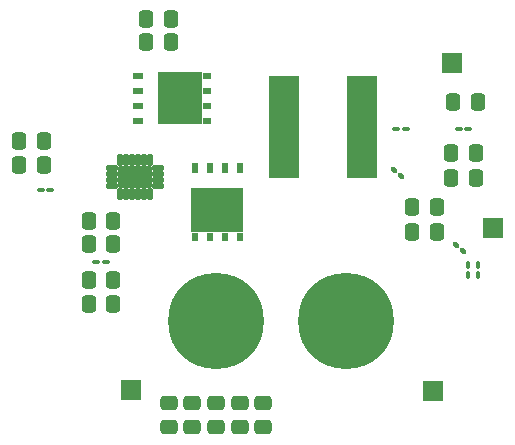
<source format=gbr>
%TF.GenerationSoftware,KiCad,Pcbnew,9.0.1*%
%TF.CreationDate,2025-11-16T17:24:42-08:00*%
%TF.ProjectId,Si-LTC7800,53692d4c-5443-4373-9830-302e6b696361,rev?*%
%TF.SameCoordinates,Original*%
%TF.FileFunction,Soldermask,Top*%
%TF.FilePolarity,Negative*%
%FSLAX46Y46*%
G04 Gerber Fmt 4.6, Leading zero omitted, Abs format (unit mm)*
G04 Created by KiCad (PCBNEW 9.0.1) date 2025-11-16 17:24:42*
%MOMM*%
%LPD*%
G01*
G04 APERTURE LIST*
G04 Aperture macros list*
%AMRoundRect*
0 Rectangle with rounded corners*
0 $1 Rounding radius*
0 $2 $3 $4 $5 $6 $7 $8 $9 X,Y pos of 4 corners*
0 Add a 4 corners polygon primitive as box body*
4,1,4,$2,$3,$4,$5,$6,$7,$8,$9,$2,$3,0*
0 Add four circle primitives for the rounded corners*
1,1,$1+$1,$2,$3*
1,1,$1+$1,$4,$5*
1,1,$1+$1,$6,$7*
1,1,$1+$1,$8,$9*
0 Add four rect primitives between the rounded corners*
20,1,$1+$1,$2,$3,$4,$5,0*
20,1,$1+$1,$4,$5,$6,$7,0*
20,1,$1+$1,$6,$7,$8,$9,0*
20,1,$1+$1,$8,$9,$2,$3,0*%
G04 Aperture macros list end*
%ADD10RoundRect,0.250000X-0.337500X-0.475000X0.337500X-0.475000X0.337500X0.475000X-0.337500X0.475000X0*%
%ADD11RoundRect,0.102000X-1.190000X-4.250000X1.190000X-4.250000X1.190000X4.250000X-1.190000X4.250000X0*%
%ADD12RoundRect,0.250000X0.337500X0.475000X-0.337500X0.475000X-0.337500X-0.475000X0.337500X-0.475000X0*%
%ADD13RoundRect,0.100000X-0.224506X0.083085X0.083085X-0.224506X0.224506X-0.083085X-0.083085X0.224506X0*%
%ADD14RoundRect,0.100000X0.100000X-0.217500X0.100000X0.217500X-0.100000X0.217500X-0.100000X-0.217500X0*%
%ADD15R,0.850000X0.500000*%
%ADD16R,0.800000X0.600000*%
%ADD17R,3.750000X4.410000*%
%ADD18RoundRect,0.100000X-0.217500X-0.100000X0.217500X-0.100000X0.217500X0.100000X-0.217500X0.100000X0*%
%ADD19C,8.115000*%
%ADD20R,1.700000X1.700000*%
%ADD21RoundRect,0.102000X0.135000X-0.420000X0.135000X0.420000X-0.135000X0.420000X-0.135000X-0.420000X0*%
%ADD22RoundRect,0.102000X0.420000X-0.135000X0.420000X0.135000X-0.420000X0.135000X-0.420000X-0.135000X0*%
%ADD23RoundRect,0.102000X1.325000X-0.825000X1.325000X0.825000X-1.325000X0.825000X-1.325000X-0.825000X0*%
%ADD24RoundRect,0.100000X-0.100000X0.217500X-0.100000X-0.217500X0.100000X-0.217500X0.100000X0.217500X0*%
%ADD25RoundRect,0.250000X-0.475000X0.337500X-0.475000X-0.337500X0.475000X-0.337500X0.475000X0.337500X0*%
%ADD26RoundRect,0.100000X0.217500X0.100000X-0.217500X0.100000X-0.217500X-0.100000X0.217500X-0.100000X0*%
%ADD27R,0.500000X0.850000*%
%ADD28R,0.600000X0.800000*%
%ADD29R,4.410000X3.750000*%
%ADD30RoundRect,0.250000X0.475000X-0.337500X0.475000X0.337500X-0.475000X0.337500X-0.475000X-0.337500X0*%
G04 APERTURE END LIST*
D10*
%TO.C,C3*%
X131067215Y-124443160D03*
X133142215Y-124443160D03*
%TD*%
D11*
%TO.C,L1*%
X142723346Y-131618655D03*
X149373346Y-131618655D03*
%TD*%
D10*
%TO.C,COUT1*%
X157060780Y-129496750D03*
X159135780Y-129496750D03*
%TD*%
D12*
%TO.C,C5*%
X128302022Y-144526910D03*
X126227022Y-144526910D03*
%TD*%
D13*
%TO.C,R4*%
X152063250Y-135201343D03*
X152639542Y-135777635D03*
%TD*%
D12*
%TO.C,C5_EX1*%
X128302022Y-146554275D03*
X126227022Y-146554275D03*
%TD*%
%TO.C,COUT_EX2*%
X158994193Y-135924840D03*
X156919193Y-135924840D03*
%TD*%
D14*
%TO.C,R5*%
X159143009Y-144095821D03*
X159143009Y-143280821D03*
%TD*%
D10*
%TO.C,CSENSE1*%
X153610890Y-138332803D03*
X155685890Y-138332803D03*
%TD*%
D15*
%TO.C,Q2*%
X130416312Y-127260255D03*
X130416312Y-128530255D03*
X130416312Y-129800255D03*
X130416312Y-131070255D03*
D16*
X136241312Y-131070255D03*
X136241312Y-129800255D03*
X136241312Y-128530255D03*
X136241312Y-127260255D03*
D17*
X133966312Y-129165255D03*
%TD*%
D18*
%TO.C,RSENSE1*%
X152223916Y-131747236D03*
X153038916Y-131747236D03*
%TD*%
D19*
%TO.C,VSource_IN1*%
X137000000Y-148000000D03*
%TD*%
D10*
%TO.C,C1_EX1*%
X120332776Y-132763151D03*
X122407776Y-132763151D03*
%TD*%
D12*
%TO.C,C3_EX1*%
X133142215Y-122443160D03*
X131067215Y-122443160D03*
%TD*%
D13*
%TO.C,R6*%
X157341651Y-141552969D03*
X157917943Y-142129261D03*
%TD*%
D20*
%TO.C,VOUT1*%
X156982531Y-126142225D03*
%TD*%
D21*
%TO.C,U1*%
X128905134Y-137293045D03*
X129405134Y-137293045D03*
X129905134Y-137293045D03*
X130405134Y-137293045D03*
X130905134Y-137293045D03*
X131405134Y-137293045D03*
D22*
X132100134Y-136598045D03*
X132100134Y-136098045D03*
X132100134Y-135598045D03*
X132100134Y-135098045D03*
D21*
X131405134Y-134403045D03*
X130905134Y-134403045D03*
X130405134Y-134403045D03*
X129905134Y-134403045D03*
X129405134Y-134403045D03*
X128905134Y-134403045D03*
D22*
X128210134Y-135098045D03*
X128210134Y-135598045D03*
X128210134Y-136098045D03*
X128210134Y-136598045D03*
D23*
X130155134Y-135848045D03*
%TD*%
D24*
%TO.C,R7*%
X158353713Y-143280821D03*
X158353713Y-144095821D03*
%TD*%
D18*
%TO.C,R2*%
X122156109Y-136967511D03*
X122971109Y-136967511D03*
%TD*%
D25*
%TO.C,CinA2*%
X137000000Y-154962500D03*
X137000000Y-157037500D03*
%TD*%
D20*
%TO.C,TP_VIN1*%
X129801819Y-153856766D03*
%TD*%
D26*
%TO.C,R9*%
X127672022Y-143038117D03*
X126857022Y-143038117D03*
%TD*%
D19*
%TO.C,VSource_GND1*%
X148000000Y-148000000D03*
%TD*%
D10*
%TO.C,C1*%
X120335688Y-134775784D03*
X122410688Y-134775784D03*
%TD*%
%TO.C,C6_EX1*%
X126227022Y-141518059D03*
X128302022Y-141518059D03*
%TD*%
D12*
%TO.C,CSENSE_EX1*%
X155685890Y-140461028D03*
X153610890Y-140461028D03*
%TD*%
D10*
%TO.C,C6*%
X126227022Y-139518059D03*
X128302022Y-139518059D03*
%TD*%
D25*
%TO.C,CinB1_EX1*%
X133000000Y-154925000D03*
X133000000Y-157000000D03*
%TD*%
%TO.C,CinB1*%
X141000000Y-154962500D03*
X141000000Y-157037500D03*
%TD*%
D20*
%TO.C,GND1*%
X160447591Y-140176070D03*
%TD*%
D27*
%TO.C,Q1*%
X138994125Y-135097729D03*
X137724125Y-135097729D03*
X136454125Y-135097729D03*
X135184125Y-135097729D03*
D28*
X135184125Y-140922729D03*
X136454125Y-140922729D03*
X137724125Y-140922729D03*
X138994125Y-140922729D03*
D29*
X137089125Y-138647729D03*
%TD*%
D12*
%TO.C,COUT_EX1*%
X158994193Y-133810461D03*
X156919193Y-133810461D03*
%TD*%
D30*
%TO.C,CinA1_EX1*%
X135000000Y-157000000D03*
X135000000Y-154925000D03*
%TD*%
D25*
%TO.C,CinA1*%
X139000000Y-154962500D03*
X139000000Y-157037500D03*
%TD*%
D20*
%TO.C,TP_VIN2*%
X155365514Y-153989340D03*
%TD*%
D18*
%TO.C,RLOAD1*%
X157549193Y-131745663D03*
X158364193Y-131745663D03*
%TD*%
M02*

</source>
